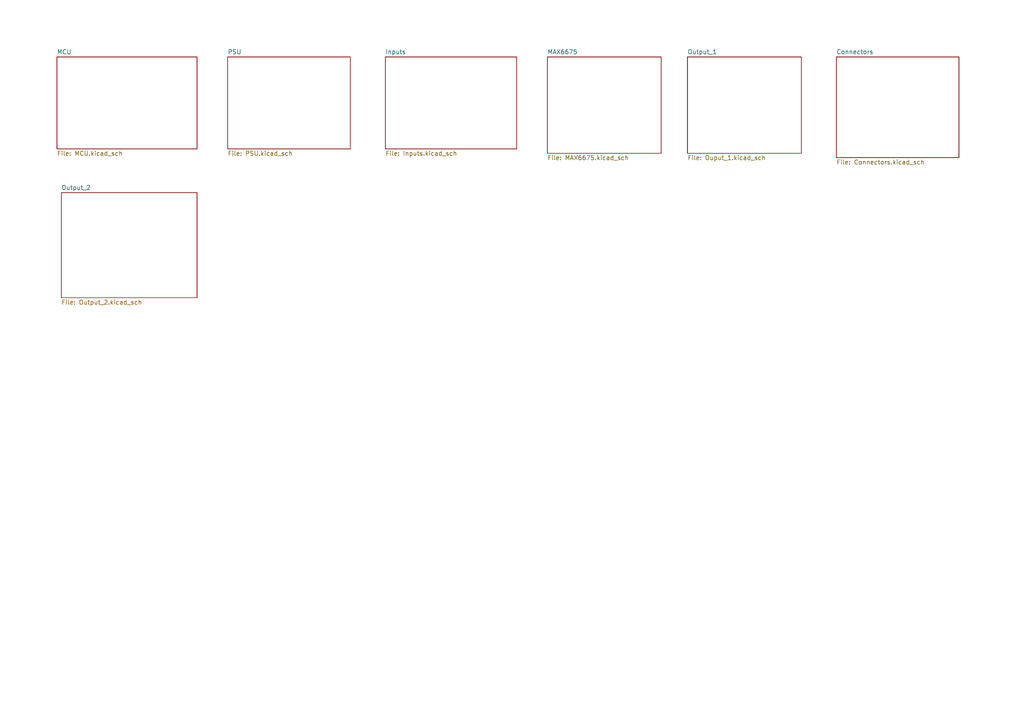
<source format=kicad_sch>
(kicad_sch (version 20211123) (generator eeschema)
  (paper "A4")
  (lib_symbols)
  (sheet (at 17.78 55.88) (size 39.37 30.48) (stroke (width 0.1524))
    (property "Sheet name" "Output_2" (at 17.78 55.1684 0) (effects (justify left bottom)))
    (property "Sheet file" "Output_2.kicad_sch" (at 17.78 86.9446 0) (effects (justify left top)))
  )
  (sheet (at 158.75 16.51) (size 33.02 27.94) (stroke (width 0.1524))
    (property "Sheet name" "MAX6675" (at 158.75 15.7984 0) (effects (justify left bottom)))
    (property "Sheet file" "MAX6675.kicad_sch" (at 158.75 45.0346 0) (effects (justify left top)))
  )
  (sheet (at 199.39 16.51) (size 33.02 27.94) (stroke (width 0.1524))
    (property "Sheet name" "Output_1" (at 199.39 15.7984 0) (effects (justify left bottom)))
    (property "Sheet file" "Ouput_1.kicad_sch" (at 199.39 45.0346 0) (effects (justify left top)))
  )
  (sheet (at 111.76 16.51) (size 38.1 26.67) (stroke (width 0.1524))
    (property "Sheet name" "Inputs" (at 111.76 15.7984 0) (effects (justify left bottom)))
    (property "Sheet file" "Inputs.kicad_sch" (at 111.76 43.7646 0) (effects (justify left top)))
  )
  (sheet (at 16.51 16.51) (size 40.64 26.67) (stroke (width 0.1524))
    (property "Sheet name" "MCU" (at 16.51 15.7984 0) (effects (justify left bottom)))
    (property "Sheet file" "MCU.kicad_sch" (at 16.51 43.7646 0) (effects (justify left top)))
  )
  (sheet (at 242.57 16.51) (size 35.56 29.21) (stroke (width 0.1524))
    (property "Sheet name" "Connectors" (at 242.57 15.7984 0) (effects (justify left bottom)))
    (property "Sheet file" "Connectors.kicad_sch" (at 242.57 46.3046 0) (effects (justify left top)))
  )
  (sheet (at 66.04 16.51) (size 35.56 26.67) (stroke (width 0.1524))
    (property "Sheet name" "PSU" (at 66.04 15.7984 0) (effects (justify left bottom)))
    (property "Sheet file" "PSU.kicad_sch" (at 66.04 43.7646 0) (effects (justify left top)))
  )
)
</source>
